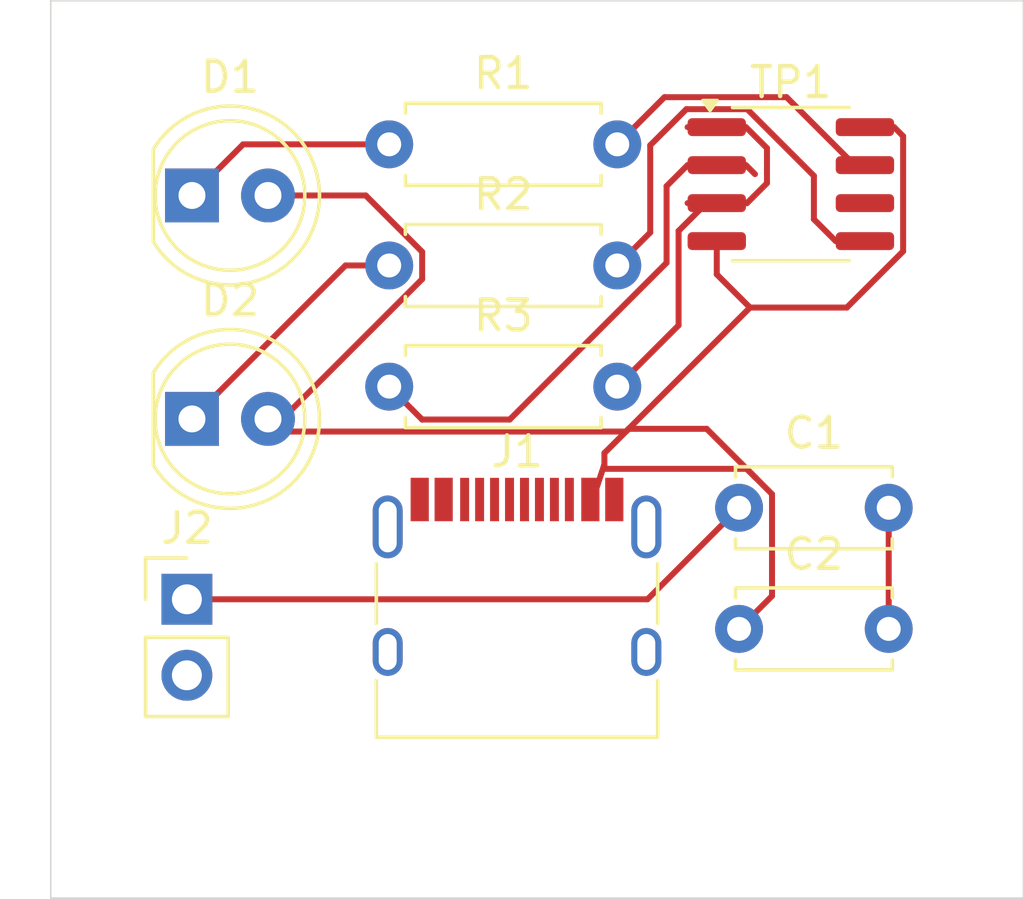
<source format=kicad_pcb>
(kicad_pcb (version 20241229) (generator "pcbnew") (generator_version "9.0")
  (layers (0 "F.Cu" signal) (2 "B.Cu" signal) (13 "F.Paste" user) (15 "B.Paste" user) (5 "F.SilkS" user "F.Silkscreen") (7 "B.SilkS" user "B.Silkscreen") (1 "F.Mask" user) (3 "B.Mask" user) (25 "Edge.Cuts" user))
  (net 0 "")
  (net 1 "VD")
  (net 2 "GND")
  (net 3 "VCC")
  (net 4 "Net-(D1-K)")
  (net 5 "Net-(D2-K)")
  (net 12 "Net-(TP1-CHRG)")
  (net 13 "Net-(TP1-STDBY)")
  (net 14 "Net-(TP1-PROG)")
  (footprint "Capacitor_THT:C_Disc_D5.0mm_W2.5mm_P5.00mm" (layer "F.Cu") (at 158.5 100.95)
    (property "Reference" "C1" (at 2.5 -2.5 0) (layer "F.SilkS"))
    (property "Value" "10 uf")
    (fp_line (start -0.12 -1.37) (end -0.12 -1.033) (stroke (width 0.12)) (layer "F.SilkS"))
    (fp_line (start -0.12 -1.37) (end 5.12 -1.37) (stroke (width 0.12)) (layer "F.SilkS"))
    (fp_line (start -0.12 1.033) (end -0.12 1.37) (stroke (width 0.12)) (layer "F.SilkS"))
    (fp_line (start -0.12 1.37) (end 5.12 1.37) (stroke (width 0.12)) (layer "F.SilkS"))
    (fp_line (start 5.12 -1.37) (end 5.12 -1.033) (stroke (width 0.12)) (layer "F.SilkS"))
    (fp_line (start 5.12 1.033) (end 5.12 1.37) (stroke (width 0.12)) (layer "F.SilkS"))
    (pad "1" thru_hole circle (at 0 0) (size 1.6 1.6) (drill 0.8) (layers "*.Cu" "*.Mask") (net 1 "VD"))
    (pad "2" thru_hole circle (at 5 0) (size 1.6 1.6) (drill 0.8) (layers "*.Cu" "*.Mask") (net 2 "GND"))
  )
  (footprint "Package_SO:SOIC-8_3.9x4.9mm_P1.27mm" (layer "F.Cu") (at 160.23 90.13)
    (property "Reference" "TP1" (at 0 -3.4 0) (layer "F.SilkS"))
    (property "Value" "~")
    (fp_line (start 0 -2.56) (end -1.95 -2.56) (stroke (width 0.12)) (layer "F.SilkS"))
    (fp_line (start 0 -2.56) (end 1.95 -2.56) (stroke (width 0.12)) (layer "F.SilkS"))
    (fp_line (start 0 2.56) (end -1.95 2.56) (stroke (width 0.12)) (layer "F.SilkS"))
    (fp_line (start 0 2.56) (end 1.95 2.56) (stroke (width 0.12)) (layer "F.SilkS"))
    (fp_poly (pts (xy -2.7 -2.465) (xy -2.94 -2.795) (xy -2.46 -2.795)) (stroke (width 0.12)) (fill yes) (layer "F.SilkS"))
    (pad "1" smd roundrect (at -2.475 -1.905) (size 1.95 0.6) (layers "F.Cu" "F.Mask" "F.Paste") (net 2 "GND"))
    (pad "2" smd roundrect (at -2.475 -0.635) (size 1.95 0.6) (layers "F.Cu" "F.Mask" "F.Paste") (net 14 "Net-(TP1-PROG)"))
    (pad "3" smd roundrect (at -2.475 0.635) (size 1.95 0.6) (layers "F.Cu" "F.Mask" "F.Paste") (net 2 "GND"))
    (pad "4" smd roundrect (at -2.475 1.905) (size 1.95 0.6) (layers "F.Cu" "F.Mask" "F.Paste") (net 3 "VCC"))
    (pad "5" smd roundrect (at 2.475 1.905) (size 1.95 0.6) (layers "F.Cu" "F.Mask" "F.Paste") (net 13 "Net-(TP1-STDBY)"))
    (pad "6" smd roundrect (at 2.475 0.635) (size 1.95 0.6) (layers "F.Cu" "F.Mask" "F.Paste"))
    (pad "7" smd roundrect (at 2.475 -0.635) (size 1.95 0.6) (layers "F.Cu" "F.Mask" "F.Paste") (net 12 "Net-(TP1-CHRG)"))
    (pad "8" smd roundrect (at 2.475 -1.905) (size 1.95 0.6) (layers "F.Cu" "F.Mask" "F.Paste") (net 3 "VCC"))
  )
  (footprint "Resistor_THT:R_Axial_DIN0207_L6.3mm_D2.5mm_P7.62mm_Horizontal" (layer "F.Cu") (at 146.81 92.85)
    (property "Reference" "R2" (at 3.81 -2.37 0) (layer "F.SilkS"))
    (property "Value" "100")
    (fp_line (start 0.54 -1.37) (end 7.08 -1.37) (stroke (width 0.12)) (layer "F.SilkS"))
    (fp_line (start 0.54 -1.04) (end 0.54 -1.37) (stroke (width 0.12)) (layer "F.SilkS"))
    (fp_line (start 0.54 1.04) (end 0.54 1.37) (stroke (width 0.12)) (layer "F.SilkS"))
    (fp_line (start 0.54 1.37) (end 7.08 1.37) (stroke (width 0.12)) (layer "F.SilkS"))
    (fp_line (start 7.08 -1.37) (end 7.08 -1.04) (stroke (width 0.12)) (layer "F.SilkS"))
    (fp_line (start 7.08 1.37) (end 7.08 1.04) (stroke (width 0.12)) (layer "F.SilkS"))
    (pad "1" thru_hole circle (at 0 0) (size 1.6 1.6) (drill 0.8) (layers "*.Cu" "*.Mask") (net 5 "Net-(D2-K)"))
    (pad "2" thru_hole circle (at 7.62 0) (size 1.6 1.6) (drill 0.8) (layers "*.Cu" "*.Mask") (net 13 "Net-(TP1-STDBY)"))
  )
  (footprint "Connector_USB:USB_C_Receptacle_HRO_TYPE-C-31-M-12" (layer "F.Cu") (at 151.08 104.72)
    (property "Reference" "J1" (at 0 -5.645 0) (layer "F.SilkS"))
    (property "Value" "USB_C_Receptacle_PowerOnly_6P")
    (fp_line (start -4.7 -1.9) (end -4.7 0.1) (stroke (width 0.12)) (layer "F.SilkS"))
    (fp_line (start -4.7 2) (end -4.7 3.9) (stroke (width 0.12)) (layer "F.SilkS"))
    (fp_line (start -4.7 3.9) (end 4.7 3.9) (stroke (width 0.12)) (layer "F.SilkS"))
    (fp_line (start 4.7 -1.9) (end 4.7 0.1) (stroke (width 0.12)) (layer "F.SilkS"))
    (fp_line (start 4.7 2) (end 4.7 3.9) (stroke (width 0.12)) (layer "F.SilkS"))
    (pad "" np_thru_hole circle (at -2.89 -2.6) (size 0.65 0.65) (drill 0.65) (layers "*.Cu" "*.Mask"))
    (pad "" np_thru_hole circle (at 2.89 -2.6) (size 0.65 0.65) (drill 0.65) (layers "*.Cu" "*.Mask"))
    (pad "A1" smd rect (at -3.25 -4.045) (size 0.6 1.45) (layers "F.Cu" "F.Mask" "F.Paste"))
    (pad "A4" smd rect (at -2.45 -4.045) (size 0.6 1.45) (layers "F.Cu" "F.Mask" "F.Paste"))
    (pad "A5" smd rect (at -1.25 -4.045) (size 0.3 1.45) (layers "F.Cu" "F.Mask" "F.Paste"))
    (pad "A6" smd rect (at -0.25 -4.045) (size 0.3 1.45) (layers "F.Cu" "F.Mask" "F.Paste"))
    (pad "A7" smd rect (at 0.25 -4.045) (size 0.3 1.45) (layers "F.Cu" "F.Mask" "F.Paste"))
    (pad "A8" smd rect (at 1.25 -4.045) (size 0.3 1.45) (layers "F.Cu" "F.Mask" "F.Paste"))
    (pad "A9" smd rect (at 2.45 -4.045) (size 0.6 1.45) (layers "F.Cu" "F.Mask" "F.Paste") (net 3 "VCC"))
    (pad "A12" smd rect (at 3.25 -4.045) (size 0.6 1.45) (layers "F.Cu" "F.Mask" "F.Paste") (net 2 "GND"))
    (pad "B1" smd rect (at 3.25 -4.045) (size 0.6 1.45) (layers "F.Cu" "F.Mask" "F.Paste"))
    (pad "B4" smd rect (at 2.45 -4.045) (size 0.6 1.45) (layers "F.Cu" "F.Mask" "F.Paste"))
    (pad "B5" smd rect (at 1.75 -4.045) (size 0.3 1.45) (layers "F.Cu" "F.Mask" "F.Paste"))
    (pad "B6" smd rect (at 0.75 -4.045) (size 0.3 1.45) (layers "F.Cu" "F.Mask" "F.Paste"))
    (pad "B7" smd rect (at -0.75 -4.045) (size 0.3 1.45) (layers "F.Cu" "F.Mask" "F.Paste"))
    (pad "B8" smd rect (at -1.75 -4.045) (size 0.3 1.45) (layers "F.Cu" "F.Mask" "F.Paste"))
    (pad "B9" smd rect (at -2.45 -4.045) (size 0.6 1.45) (layers "F.Cu" "F.Mask" "F.Paste") (net 3 "VCC"))
    (pad "B12" smd rect (at -3.25 -4.045) (size 0.6 1.45) (layers "F.Cu" "F.Mask" "F.Paste") (net 2 "GND"))
    (pad "S1" thru_hole oval (at -4.32 -3.13) (size 1 2.1) (drill oval 0.6 1.7) (property pad_prop_heatsink) (layers "*.Cu" "*.Mask"))
    (pad "S1" thru_hole oval (at -4.32 1.05) (size 1 1.6) (drill oval 0.6 1.2) (property pad_prop_heatsink) (layers "*.Cu" "*.Mask"))
    (pad "S1" thru_hole oval (at 4.32 -3.13) (size 1 2.1) (drill oval 0.6 1.7) (property pad_prop_heatsink) (layers "*.Cu" "*.Mask"))
    (pad "S1" thru_hole oval (at 4.32 1.05) (size 1 1.6) (drill oval 0.6 1.2) (property pad_prop_heatsink) (layers "*.Cu" "*.Mask"))
  )
  (footprint "Resistor_THT:R_Axial_DIN0207_L6.3mm_D2.5mm_P7.62mm_Horizontal" (layer "F.Cu") (at 146.81 88.8)
    (property "Reference" "R1" (at 3.81 -2.37 0) (layer "F.SilkS"))
    (property "Value" "100")
    (fp_line (start 0.54 -1.37) (end 7.08 -1.37) (stroke (width 0.12)) (layer "F.SilkS"))
    (fp_line (start 0.54 -1.04) (end 0.54 -1.37) (stroke (width 0.12)) (layer "F.SilkS"))
    (fp_line (start 0.54 1.04) (end 0.54 1.37) (stroke (width 0.12)) (layer "F.SilkS"))
    (fp_line (start 0.54 1.37) (end 7.08 1.37) (stroke (width 0.12)) (layer "F.SilkS"))
    (fp_line (start 7.08 -1.37) (end 7.08 -1.04) (stroke (width 0.12)) (layer "F.SilkS"))
    (fp_line (start 7.08 1.37) (end 7.08 1.04) (stroke (width 0.12)) (layer "F.SilkS"))
    (pad "1" thru_hole circle (at 0 0) (size 1.6 1.6) (drill 0.8) (layers "*.Cu" "*.Mask") (net 4 "Net-(D1-K)"))
    (pad "2" thru_hole circle (at 7.62 0) (size 1.6 1.6) (drill 0.8) (layers "*.Cu" "*.Mask") (net 12 "Net-(TP1-CHRG)"))
  )
  (footprint "Resistor_THT:R_Axial_DIN0207_L6.3mm_D2.5mm_P7.62mm_Horizontal" (layer "F.Cu") (at 146.81 96.9)
    (property "Reference" "R3" (at 3.81 -2.37 0) (layer "F.SilkS"))
    (property "Value" "10k")
    (fp_line (start 0.54 -1.37) (end 7.08 -1.37) (stroke (width 0.12)) (layer "F.SilkS"))
    (fp_line (start 0.54 -1.04) (end 0.54 -1.37) (stroke (width 0.12)) (layer "F.SilkS"))
    (fp_line (start 0.54 1.04) (end 0.54 1.37) (stroke (width 0.12)) (layer "F.SilkS"))
    (fp_line (start 0.54 1.37) (end 7.08 1.37) (stroke (width 0.12)) (layer "F.SilkS"))
    (fp_line (start 7.08 -1.37) (end 7.08 -1.04) (stroke (width 0.12)) (layer "F.SilkS"))
    (fp_line (start 7.08 1.37) (end 7.08 1.04) (stroke (width 0.12)) (layer "F.SilkS"))
    (pad "1" thru_hole circle (at 0 0) (size 1.6 1.6) (drill 0.8) (layers "*.Cu" "*.Mask") (net 14 "Net-(TP1-PROG)"))
    (pad "2" thru_hole circle (at 7.62 0) (size 1.6 1.6) (drill 0.8) (layers "*.Cu" "*.Mask") (net 2 "GND"))
  )
  (footprint "Capacitor_THT:C_Disc_D5.0mm_W2.5mm_P5.00mm" (layer "F.Cu") (at 158.5 105)
    (property "Reference" "C2" (at 2.5 -2.5 0) (layer "F.SilkS"))
    (property "Value" "10 uf")
    (fp_line (start -0.12 -1.37) (end -0.12 -1.033) (stroke (width 0.12)) (layer "F.SilkS"))
    (fp_line (start -0.12 -1.37) (end 5.12 -1.37) (stroke (width 0.12)) (layer "F.SilkS"))
    (fp_line (start -0.12 1.033) (end -0.12 1.37) (stroke (width 0.12)) (layer "F.SilkS"))
    (fp_line (start -0.12 1.37) (end 5.12 1.37) (stroke (width 0.12)) (layer "F.SilkS"))
    (fp_line (start 5.12 -1.37) (end 5.12 -1.033) (stroke (width 0.12)) (layer "F.SilkS"))
    (fp_line (start 5.12 1.033) (end 5.12 1.37) (stroke (width 0.12)) (layer "F.SilkS"))
    (pad "1" thru_hole circle (at 0 0) (size 1.6 1.6) (drill 0.8) (layers "*.Cu" "*.Mask") (net 3 "VCC"))
    (pad "2" thru_hole circle (at 5 0) (size 1.6 1.6) (drill 0.8) (layers "*.Cu" "*.Mask") (net 2 "GND"))
  )
  (footprint "Connector_PinHeader_2.54mm:PinHeader_1x02_P2.54mm_Vertical" (layer "F.Cu") (at 140.05 104.01)
    (property "Reference" "J2" (at 0 -2.38 0) (layer "F.SilkS"))
    (property "Value" "Conn_01x02_Pin")
    (fp_line (start -1.38 -1.38) (end 0 -1.38) (stroke (width 0.12)) (layer "F.SilkS"))
    (fp_line (start -1.38 0) (end -1.38 -1.38) (stroke (width 0.12)) (layer "F.SilkS"))
    (fp_line (start -1.38 1.27) (end -1.38 3.92) (stroke (width 0.12)) (layer "F.SilkS"))
    (fp_line (start -1.38 1.27) (end 1.38 1.27) (stroke (width 0.12)) (layer "F.SilkS"))
    (fp_line (start -1.38 3.92) (end 1.38 3.92) (stroke (width 0.12)) (layer "F.SilkS"))
    (fp_line (start 1.38 1.27) (end 1.38 3.92) (stroke (width 0.12)) (layer "F.SilkS"))
    (pad "1" thru_hole rect (at 0 0) (size 1.7 1.7) (drill 1) (layers "*.Cu" "*.Mask") (net 1 "VD"))
    (pad "2" thru_hole circle (at 0 2.54) (size 1.7 1.7) (drill 1) (layers "*.Cu" "*.Mask") (net 2 "GND"))
  )
  (footprint "LED_THT:LED_D5.0mm" (layer "F.Cu") (at 140.22 90.51)
    (property "Reference" "D1" (at 1.27 -3.96 0) (layer "F.SilkS"))
    (property "Value" "LED")
    (fp_line (start -1.29 -1.545) (end -1.29 1.545) (stroke (width 0.12)) (layer "F.SilkS"))
    (fp_arc (start -1.29 -1.54483) (mid 2.071779 -2.880495) (end 4.26 0) (stroke (width 0.12)) (layer "F.SilkS"))
    (fp_arc (start 4.26 0) (mid 2.071779 2.880495) (end -1.29 1.54483) (stroke (width 0.12)) (layer "F.SilkS"))
    (fp_circle (center 1.27 0) (end 3.77 0) (stroke (width 0.12)) (fill no) (layer "F.SilkS"))
    (pad "1" thru_hole rect (at 0 0) (size 1.8 1.8) (drill 0.9) (layers "*.Cu" "*.Mask") (net 4 "Net-(D1-K)"))
    (pad "2" thru_hole circle (at 2.54 0) (size 1.8 1.8) (drill 0.9) (layers "*.Cu" "*.Mask") (net 3 "VCC"))
  )
  (footprint "LED_THT:LED_D5.0mm" (layer "F.Cu") (at 140.22 97.98)
    (property "Reference" "D2" (at 1.27 -3.96 0) (layer "F.SilkS"))
    (property "Value" "LED")
    (fp_line (start -1.29 -1.545) (end -1.29 1.545) (stroke (width 0.12)) (layer "F.SilkS"))
    (fp_arc (start -1.29 -1.54483) (mid 2.071779 -2.880495) (end 4.26 0) (stroke (width 0.12)) (layer "F.SilkS"))
    (fp_arc (start 4.26 0) (mid 2.071779 2.880495) (end -1.29 1.54483) (stroke (width 0.12)) (layer "F.SilkS"))
    (fp_circle (center 1.27 0) (end 3.77 0) (stroke (width 0.12)) (fill no) (layer "F.SilkS"))
    (pad "1" thru_hole rect (at 0 0) (size 1.8 1.8) (drill 0.9) (layers "*.Cu" "*.Mask") (net 5 "Net-(D2-K)"))
    (pad "2" thru_hole circle (at 2.54 0) (size 1.8 1.8) (drill 0.9) (layers "*.Cu" "*.Mask") (net 3 "VCC"))
  )
  (gr_line (start 153.5 101) (end 154 99.5) (stroke (width 0.2)) (layer "F.Cu") (net 3))
  (gr_line (start 168 114) (end 135.5 114) (stroke (width 0.05)) (layer "Edge.Cuts"))
  (gr_line (start 168 84) (end 168 114) (stroke (width 0.05)) (layer "Edge.Cuts"))
  (gr_line (start 135.5 84) (end 135.5 114) (stroke (width 0.05)) (layer "Edge.Cuts"))
  (gr_line (start 135.5 84) (end 168 84) (stroke (width 0.05)) (layer "Edge.Cuts"))
  (segment (start 140.05 104.01) (end 155.44 104.01) (width 0.2) (layer "F.Cu") (net 1))
  (segment (start 155.44 104.01) (end 158.5 100.95) (width 0.2) (layer "F.Cu") (net 1))
  (segment (start 156.479 94.851) (end 156.479 91.694032) (width 0.2) (layer "F.Cu") (net 2))
  (segment (start 157.755 88.225) (end 158.729999 88.225) (width 0.2) (layer "F.Cu") (net 2))
  (segment (start 163.5 105) (end 163.5 100.95) (width 0.2) (layer "F.Cu") (net 2))
  (segment (start 159.432 90.098) (end 158.765 90.765) (width 0.2) (layer "F.Cu") (net 2))
  (segment (start 157.755 90.765) (end 156.780001 90.765) (width 0.2) (layer "F.Cu") (net 2))
  (segment (start 156.780001 88.225) (end 157.755 88.225) (width 0.2) (layer "F.Cu") (net 2))
  (segment (start 156.479 91.694032) (end 157.408032 90.765) (width 0.2) (layer "F.Cu") (net 2))
  (segment (start 157.235 90.765) (end 157.755 90.765) (width 0.2) (layer "F.Cu") (net 2))
  (segment (start 158.729999 88.225) (end 159.432 88.927001) (width 0.2) (layer "F.Cu") (net 2))
  (segment (start 154.43 96.9) (end 156.479 94.851) (width 0.2) (layer "F.Cu") (net 2))
  (segment (start 157.408032 90.765) (end 157.755 90.765) (width 0.2) (layer "F.Cu") (net 2))
  (segment (start 159.432 88.927001) (end 159.432 90.098) (width 0.2) (layer "F.Cu") (net 2))
  (segment (start 158.765 90.765) (end 157.755 90.765) (width 0.2) (layer "F.Cu") (net 2))
  (segment (start 147.911 92.39395) (end 147.911 93.30605) (width 0.2) (layer "F.Cu") (net 3))
  (segment (start 154.810975 98.310975) (end 154 99.12195) (width 0.2) (layer "F.Cu") (net 3))
  (segment (start 154.810975 98.310975) (end 154.71995 98.402) (width 0.2) (layer "F.Cu") (net 3))
  (segment (start 163.981 92.375968) (end 163.981 88.526001) (width 0.2) (layer "F.Cu") (net 3))
  (segment (start 143.182 98.402) (end 142.76 97.98) (width 0.2) (layer "F.Cu") (net 3))
  (segment (start 154 99.12195) (end 154 99.649) (width 0.2) (layer "F.Cu") (net 3))
  (segment (start 163.981 88.526001) (end 163.679999 88.225) (width 0.2) (layer "F.Cu") (net 3))
  (segment (start 159.601 103.899) (end 159.601 100.49395) (width 0.2) (layer "F.Cu") (net 3))
  (segment (start 154.71995 98.402) (end 143.182 98.402) (width 0.2) (layer "F.Cu") (net 3))
  (segment (start 158.5 105) (end 159.601 103.899) (width 0.2) (layer "F.Cu") (net 3))
  (segment (start 147.911 93.30605) (end 143.23705 97.98) (width 0.2) (layer "F.Cu") (net 3))
  (segment (start 154.810975 98.310975) (end 157.418025 98.310975) (width 0.2) (layer "F.Cu") (net 3))
  (segment (start 157.755 92.035) (end 157.755 93.14715) (width 0.2) (layer "F.Cu") (net 3))
  (segment (start 142.76 90.51) (end 146.02705 90.51) (width 0.2) (layer "F.Cu") (net 3))
  (segment (start 162.099918 94.25705) (end 163.981 92.375968) (width 0.2) (layer "F.Cu") (net 3))
  (segment (start 143.23705 97.98) (end 142.76 97.98) (width 0.2) (layer "F.Cu") (net 3))
  (segment (start 163.679999 88.225) (end 162.705 88.225) (width 0.2) (layer "F.Cu") (net 3))
  (segment (start 157.418025 98.310975) (end 159.053525 99.946475) (width 0.2) (layer "F.Cu") (net 3))
  (segment (start 146.02705 90.51) (end 147.911 92.39395) (width 0.2) (layer "F.Cu") (net 3))
  (segment (start 157.755 93.14715) (end 158.8649 94.25705) (width 0.2) (layer "F.Cu") (net 3))
  (segment (start 158.75605 99.649) (end 154 99.649) (width 0.2) (layer "F.Cu") (net 3))
  (segment (start 158.8649 94.25705) (end 162.099918 94.25705) (width 0.2) (layer "F.Cu") (net 3))
  (segment (start 159.053525 99.946475) (end 158.75605 99.649) (width 0.2) (layer "F.Cu") (net 3))
  (segment (start 158.8649 94.25705) (end 154.810975 98.310975) (width 0.2) (layer "F.Cu") (net 3))
  (segment (start 159.601 100.49395) (end 159.053525 99.946475) (width 0.2) (layer "F.Cu") (net 3))
  (segment (start 141.93 88.8) (end 146.81 88.8) (width 0.2) (layer "F.Cu") (net 4))
  (segment (start 140.22 90.51) (end 141.93 88.8) (width 0.2) (layer "F.Cu") (net 4))
  (segment (start 145.35 92.85) (end 146.81 92.85) (width 0.2) (layer "F.Cu") (net 5))
  (segment (start 140.22 97.98) (end 145.35 92.85) (width 0.2) (layer "F.Cu") (net 5))
  (segment (start 162.358032 89.495) (end 162.705 89.495) (width 0.2) (layer "F.Cu") (net 12))
  (segment (start 160.086032 87.223) (end 162.358032 89.495) (width 0.2) (layer "F.Cu") (net 12))
  (segment (start 156.007 87.223) (end 160.086032 87.223) (width 0.2) (layer "F.Cu") (net 12))
  (segment (start 154.43 88.8) (end 156.007 87.223) (width 0.2) (layer "F.Cu") (net 12))
  (segment (start 161 91.304999) (end 161.730001 92.035) (width 0.2) (layer "F.Cu") (net 13))
  (segment (start 158.770968 87.624) (end 161 89.853032) (width 0.2) (layer "F.Cu") (net 13))
  (segment (start 161.730001 92.035) (end 162.705 92.035) (width 0.2) (layer "F.Cu") (net 13))
  (segment (start 155.531 91.749) (end 155.531 88.832032) (width 0.2) (layer "F.Cu") (net 13))
  (segment (start 156.739032 87.624) (end 158.770968 87.624) (width 0.2) (layer "F.Cu") (net 13))
  (segment (start 161 89.853032) (end 161 91.304999) (width 0.2) (layer "F.Cu") (net 13))
  (segment (start 155.531 88.832032) (end 156.739032 87.624) (width 0.2) (layer "F.Cu") (net 13))
  (segment (start 154.43 92.85) (end 155.531 91.749) (width 0.2) (layer "F.Cu") (net 13))
  (segment (start 147.91 98) (end 150.83705 98) (width 0.2) (layer "F.Cu") (net 14))
  (segment (start 159.031 89.796001) (end 158.729999 89.495) (width 0.2) (layer "F.Cu") (net 14))
  (segment (start 158.729999 89.495) (end 157.755 89.495) (width 0.2) (layer "F.Cu") (net 14))
  (segment (start 146.81 96.9) (end 147.91 98) (width 0.2) (layer "F.Cu") (net 14))
  (segment (start 156.078 92.75905) (end 156.078 90.197001) (width 0.2) (layer "F.Cu") (net 14))
  (segment (start 156.078 90.197001) (end 156.780001 89.495) (width 0.2) (layer "F.Cu") (net 14))
  (segment (start 156.780001 89.495) (end 157.755 89.495) (width 0.2) (layer "F.Cu") (net 14))
  (segment (start 147.91 98) (end 147.911 98.001) (width 0.2) (layer "F.Cu") (net 14))
  (segment (start 150.83705 98) (end 156.078 92.75905) (width 0.2) (layer "F.Cu") (net 14))
)
</source>
